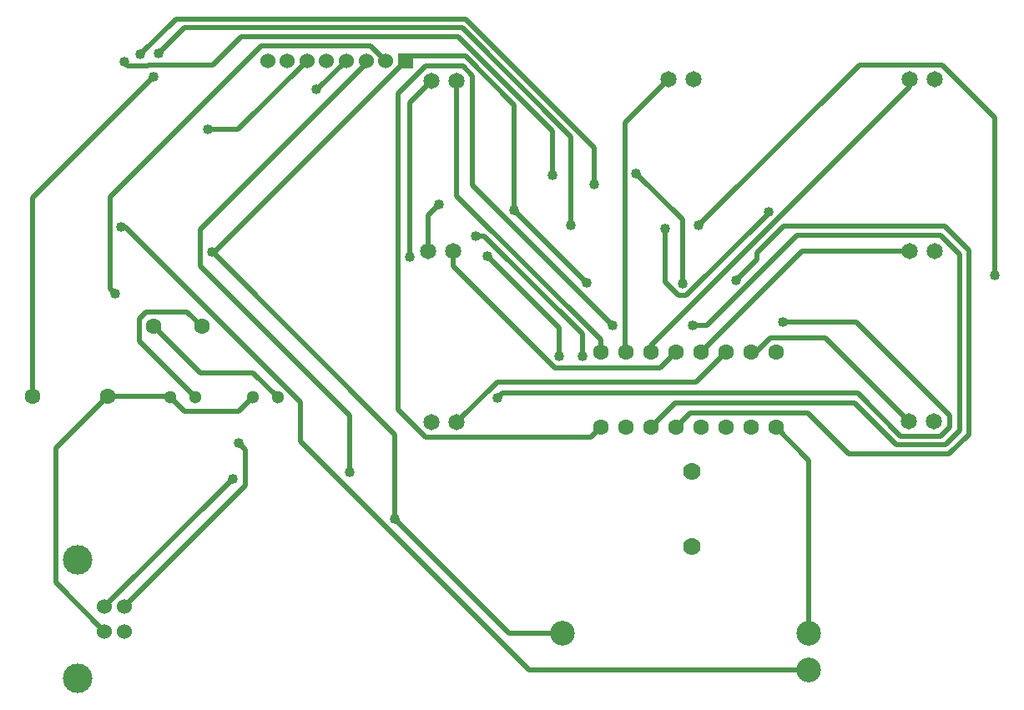
<source format=gbl>
G04 Layer: BottomLayer*
G04 EasyEDA v6.2.46, 2019-11-08T21:27:59+07:00*
G04 648d43b609d64f9b9fe3d4d00a8c37d9,e5c1abbfa1e54b71a98531a1dec44753,10*
G04 Gerber Generator version 0.2*
G04 Scale: 100 percent, Rotated: No, Reflected: No *
G04 Dimensions in millimeters *
G04 leading zeros omitted , absolute positions ,3 integer and 3 decimal *
%FSLAX33Y33*%
%MOMM*%
G90*
G71D02*

%ADD11C,0.510007*%
%ADD13C,1.020013*%
%ADD26C,1.524000*%
%ADD27C,2.999994*%
%ADD28C,1.299997*%
%ADD29C,1.599997*%
%ADD30C,2.499995*%
%ADD31C,1.651000*%
%ADD32C,1.778000*%
%ADD33R,1.524000X1.524000*%

%LPD*%
G54D11*
G01X15308Y12806D02*
G01X27566Y25062D01*
G01X27566Y28755D01*
G01X26875Y29446D01*
G01X13309Y12806D02*
G01X26304Y25801D01*
G01X37830Y68199D02*
G01X34909Y65278D01*
G01X34798Y65278D01*
G01X13309Y10307D02*
G01X8336Y15278D01*
G01X8336Y28910D01*
G01X13589Y34163D01*
G01X19939Y34036D02*
G01X21374Y32600D01*
G01X26888Y32600D01*
G01X28321Y34036D01*
G01X13589Y34163D02*
G01X19812Y34163D01*
G01X19939Y34036D01*
G01X81407Y30988D02*
G01X84762Y27632D01*
G01X84762Y10129D01*
G01X18249Y41236D02*
G01X22981Y36507D01*
G01X28389Y36507D01*
G01X30861Y34036D01*
G01X54841Y53040D02*
G01X62217Y45664D01*
G01X43830Y68199D02*
G01X44287Y68656D01*
G01X49918Y68656D01*
G01X54841Y63736D01*
G01X54841Y53040D01*
G01X24348Y48717D02*
G01X43830Y68199D01*
G01X24348Y48717D02*
G01X42765Y30297D01*
G01X42765Y21666D01*
G01X24348Y48717D02*
G01X24305Y48717D01*
G01X24193Y48826D01*
G01X59763Y10129D02*
G01X54302Y10129D01*
G01X42765Y21666D01*
G01X14991Y51348D02*
G01X15384Y51348D01*
G01X33185Y33545D01*
G01X33185Y29591D01*
G01X56398Y6380D01*
G01X84762Y6380D01*
G01X103647Y46471D02*
G01X103647Y62392D01*
G01X98267Y67772D01*
G01X89870Y67772D01*
G01X73583Y51485D01*
G01X18247Y66603D02*
G01X5969Y54325D01*
G01X5969Y34163D01*
G01X18816Y68945D02*
G01X21414Y71544D01*
G01X49583Y71544D01*
G01X60629Y60497D01*
G01X60629Y51485D01*
G01X82125Y41648D02*
G01X89583Y41648D01*
G01X99032Y32199D01*
G01X99032Y31048D01*
G01X98112Y30129D01*
G01X94073Y30129D01*
G01X89712Y34490D01*
G01X53672Y34490D01*
G01X53185Y34005D01*
G01X68707Y30988D02*
G01X71165Y33446D01*
G01X89367Y33446D01*
G01X93591Y29220D01*
G01X98610Y29220D01*
G01X100045Y30655D01*
G01X100045Y48564D01*
G01X98117Y50495D01*
G01X83555Y50495D01*
G01X74422Y41361D01*
G01X72953Y41361D01*
G01X71247Y30988D02*
G01X72727Y32468D01*
G01X84609Y32468D01*
G01X88760Y28318D01*
G01X98983Y28318D01*
G01X100954Y30286D01*
G01X100954Y49011D01*
G01X98508Y51457D01*
G01X82166Y51457D01*
G01X79453Y48745D01*
G01X79453Y48745D01*
G01X79453Y48028D01*
G01X77383Y45958D01*
G01X61765Y38221D02*
G01X61765Y40469D01*
G01X51831Y50403D01*
G01X50985Y50403D01*
G01X23152Y41236D02*
G01X21691Y42697D01*
G01X17498Y42697D01*
G01X16791Y41991D01*
G01X16791Y39723D01*
G01X22479Y34036D01*
G01X49022Y66167D02*
G01X49022Y54488D01*
G01X63627Y39883D01*
G01X63627Y38608D01*
G01X66167Y38608D02*
G01X66085Y38689D01*
G01X66085Y61894D01*
G01X70485Y66294D01*
G01X94996Y66294D02*
G01X94996Y65562D01*
G01X79240Y49809D01*
G01X79240Y49809D01*
G01X68707Y39276D01*
G01X68707Y38608D01*
G01X71247Y38608D02*
G01X69689Y37050D01*
G01X58961Y37050D01*
G01X48641Y47371D01*
G01X48641Y48895D01*
G01X49022Y31496D02*
G01X53141Y35615D01*
G01X73334Y35615D01*
G01X76327Y38608D01*
G01X94996Y48895D02*
G01X84074Y48895D01*
G01X73787Y38608D01*
G01X78867Y38608D02*
G01X79362Y38608D01*
G01X79362Y38608D01*
G01X80807Y40055D01*
G01X86436Y40055D01*
G01X94869Y31623D01*
G01X59441Y38209D02*
G01X59441Y41137D01*
G01X52176Y48404D01*
G01X67243Y56789D02*
G01X71927Y52105D01*
G01X71927Y45623D01*
G01X39829Y68199D02*
G01X39829Y67919D01*
G01X23022Y51112D01*
G01X23022Y47327D01*
G01X38160Y32189D01*
G01X38160Y26466D01*
G01X80665Y52870D02*
G01X80665Y52712D01*
G01X72316Y44363D01*
G01X71546Y44363D01*
G01X70175Y45735D01*
G01X70175Y51160D01*
G01X15288Y68064D02*
G01X15684Y67670D01*
G01X17678Y67670D01*
G01X17767Y67762D01*
G01X24269Y67762D01*
G01X27150Y70642D01*
G01X49209Y70642D01*
G01X58742Y61109D01*
G01X58742Y56563D01*
G01X46482Y66167D02*
G01X44231Y63916D01*
G01X44231Y48326D01*
G01X46101Y48895D02*
G01X46101Y52514D01*
G01X47233Y53647D01*
G01X64856Y41358D02*
G01X50639Y55575D01*
G01X50639Y66659D01*
G01X49646Y67652D01*
G01X45859Y67652D01*
G01X43058Y64848D01*
G01X43058Y32804D01*
G01X45859Y30002D01*
G01X62641Y30002D01*
G01X63627Y30988D01*
G01X16939Y68869D02*
G01X20518Y72445D01*
G01X49959Y72445D01*
G01X63014Y59390D01*
G01X63014Y55646D01*
G01X14351Y44538D02*
G01X13832Y45057D01*
G01X13832Y54363D01*
G01X29192Y69723D01*
G01X40307Y69723D01*
G01X41831Y68199D01*
G01X33830Y68199D02*
G01X26860Y61229D01*
G01X23774Y61229D01*
G54D26*
G01X15309Y10307D03*
G01X15309Y12806D03*
G01X13309Y12806D03*
G01X13309Y10307D03*
G54D27*
G01X10599Y5536D03*
G01X10599Y17577D03*
G54D28*
G01X28321Y34036D03*
G01X30861Y34036D03*
G01X19939Y34036D03*
G01X22479Y34036D03*
G54D29*
G01X23151Y41237D03*
G01X18250Y41237D03*
G54D30*
G01X84763Y10130D03*
G01X84763Y6379D03*
G01X59763Y10130D03*
G54D31*
G01X46482Y66167D03*
G01X49022Y66167D03*
G01X73025Y66294D03*
G01X70485Y66294D03*
G01X97536Y66294D03*
G01X94996Y66294D03*
G01X46101Y48895D03*
G01X48641Y48895D03*
G01X97536Y48895D03*
G01X94996Y48895D03*
G01X46482Y31496D03*
G01X49022Y31496D03*
G01X97409Y31623D03*
G01X94869Y31623D03*
G54D29*
G01X13589Y34163D03*
G01X5969Y34163D03*
G01X63627Y30988D03*
G01X66167Y30988D03*
G01X68707Y30988D03*
G01X71247Y30988D03*
G01X73787Y30988D03*
G01X76327Y30988D03*
G01X78867Y30988D03*
G01X81407Y30988D03*
G01X81407Y38608D03*
G01X78867Y38608D03*
G01X76327Y38608D03*
G01X73787Y38608D03*
G01X71247Y38608D03*
G01X68707Y38608D03*
G01X66167Y38608D03*
G01X63627Y38608D03*
G54D32*
G01X72898Y18933D03*
G01X72898Y26532D03*
G54D26*
G01X31830Y68199D03*
G01X33830Y68199D03*
G01X35830Y68199D03*
G01X37829Y68199D03*
G01X39829Y68199D03*
G01X41829Y68199D03*
G54D33*
G01X43829Y68199D03*
G54D26*
G01X29830Y68199D03*
G54D13*
G01X26875Y29446D03*
G01X26304Y25801D03*
G01X34798Y65278D03*
G01X62217Y45664D03*
G01X54841Y53040D03*
G01X24193Y48826D03*
G01X42765Y21666D03*
G01X14991Y51348D03*
G01X103647Y46471D03*
G01X73583Y51485D03*
G01X18247Y66603D03*
G01X60629Y51485D03*
G01X18816Y68945D03*
G01X53185Y34005D03*
G01X82125Y41648D03*
G01X72953Y41361D03*
G01X77383Y45958D03*
G01X61765Y38221D03*
G01X50985Y50403D03*
G01X59441Y38209D03*
G01X52176Y48404D03*
G01X67243Y56789D03*
G01X71927Y45623D03*
G01X38160Y26466D03*
G01X70175Y51160D03*
G01X80665Y52870D03*
G01X58742Y56563D03*
G01X15288Y68064D03*
G01X44231Y48326D03*
G01X47233Y53647D03*
G01X64856Y41358D03*
G01X63014Y55646D03*
G01X16939Y68869D03*
G01X14351Y44538D03*
G01X23774Y61229D03*
M00*
M02*

</source>
